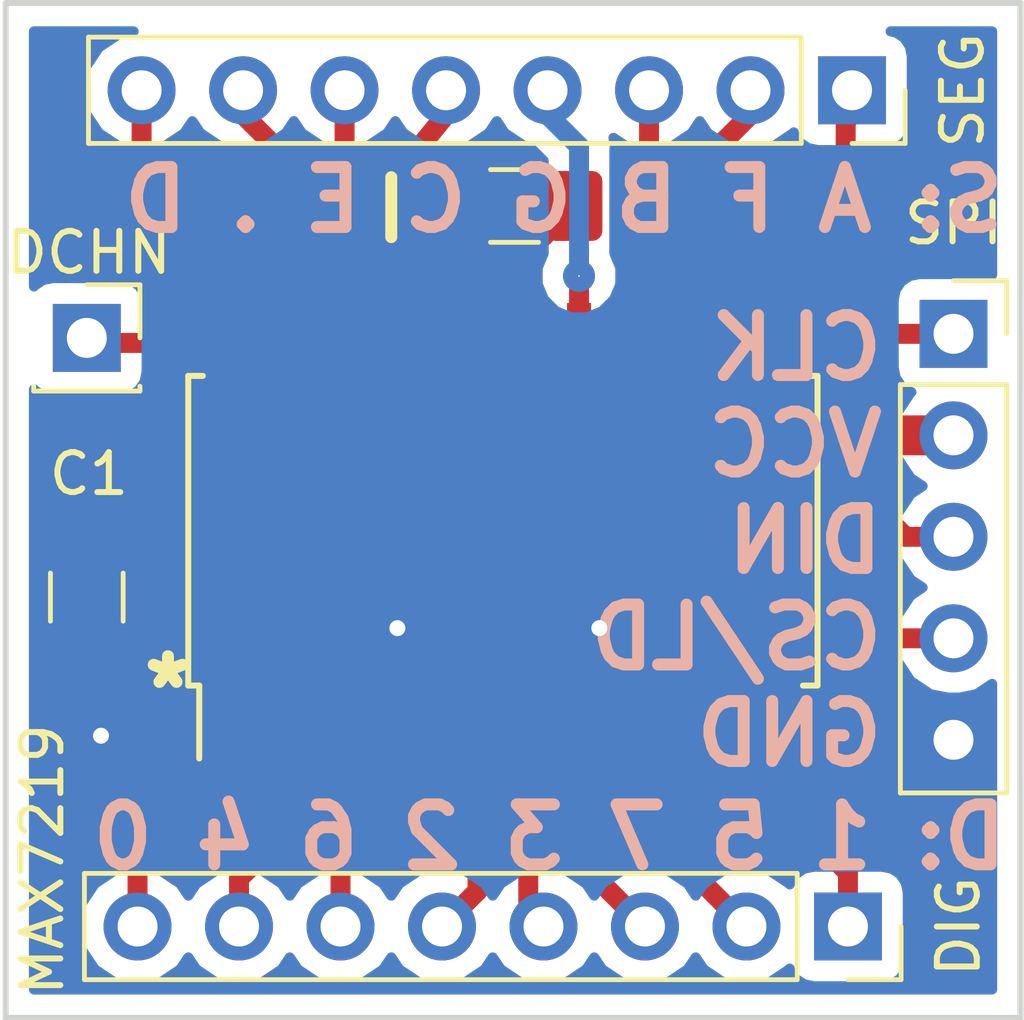
<source format=kicad_pcb>
(kicad_pcb (version 20171130) (host pcbnew "(5.0.1)-4")

  (general
    (thickness 1.6)
    (drawings 9)
    (tracks 93)
    (zones 0)
    (modules 7)
    (nets 24)
  )

  (page A4)
  (layers
    (0 F.Cu signal)
    (31 B.Cu signal)
    (32 B.Adhes user)
    (33 F.Adhes user)
    (34 B.Paste user)
    (35 F.Paste user)
    (36 B.SilkS user)
    (37 F.SilkS user)
    (38 B.Mask user)
    (39 F.Mask user)
    (40 Dwgs.User user)
    (41 Cmts.User user)
    (42 Eco1.User user)
    (43 Eco2.User user)
    (44 Edge.Cuts user)
    (45 Margin user)
    (46 B.CrtYd user)
    (47 F.CrtYd user)
    (48 B.Fab user)
    (49 F.Fab user)
  )

  (setup
    (last_trace_width 0.5)
    (trace_clearance 0.2)
    (zone_clearance 0.508)
    (zone_45_only no)
    (trace_min 0.2)
    (segment_width 0.2)
    (edge_width 0.15)
    (via_size 0.8)
    (via_drill 0.4)
    (via_min_size 0.4)
    (via_min_drill 0.3)
    (uvia_size 0.3)
    (uvia_drill 0.1)
    (uvias_allowed no)
    (uvia_min_size 0.2)
    (uvia_min_drill 0.1)
    (pcb_text_width 0.3)
    (pcb_text_size 1.5 1.5)
    (mod_edge_width 0.15)
    (mod_text_size 1 1)
    (mod_text_width 0.15)
    (pad_size 1.524 1.524)
    (pad_drill 0.762)
    (pad_to_mask_clearance 0.051)
    (solder_mask_min_width 0.25)
    (aux_axis_origin 0 0)
    (visible_elements FFFFFF7F)
    (pcbplotparams
      (layerselection 0x010fc_ffffffff)
      (usegerberextensions false)
      (usegerberattributes false)
      (usegerberadvancedattributes false)
      (creategerberjobfile false)
      (excludeedgelayer true)
      (linewidth 0.100000)
      (plotframeref false)
      (viasonmask false)
      (mode 1)
      (useauxorigin false)
      (hpglpennumber 1)
      (hpglpenspeed 20)
      (hpglpendiameter 15.000000)
      (psnegative false)
      (psa4output false)
      (plotreference true)
      (plotvalue true)
      (plotinvisibletext false)
      (padsonsilk false)
      (subtractmaskfromsilk false)
      (outputformat 1)
      (mirror false)
      (drillshape 1)
      (scaleselection 1)
      (outputdirectory ""))
  )

  (net 0 "")
  (net 1 GND)
  (net 2 VCC)
  (net 3 DIN)
  (net 4 CLK)
  (net 5 LOAD)
  (net 6 "Net-(J2-Pad1)")
  (net 7 S.)
  (net 8 SG)
  (net 9 SF)
  (net 10 SE)
  (net 11 SD)
  (net 12 SC)
  (net 13 SB)
  (net 14 SA)
  (net 15 D0)
  (net 16 D1)
  (net 17 D2)
  (net 18 D3)
  (net 19 D4)
  (net 20 D5)
  (net 21 D6)
  (net 22 D7)
  (net 23 "Net-(R1-Pad2)")

  (net_class Default "This is the default net class."
    (clearance 0.2)
    (trace_width 0.5)
    (via_dia 0.8)
    (via_drill 0.4)
    (uvia_dia 0.3)
    (uvia_drill 0.1)
    (add_net CLK)
    (add_net D0)
    (add_net D1)
    (add_net D2)
    (add_net D3)
    (add_net D4)
    (add_net D5)
    (add_net D6)
    (add_net D7)
    (add_net DIN)
    (add_net GND)
    (add_net LOAD)
    (add_net "Net-(J2-Pad1)")
    (add_net "Net-(R1-Pad2)")
    (add_net S.)
    (add_net SA)
    (add_net SB)
    (add_net SC)
    (add_net SD)
    (add_net SE)
    (add_net SF)
    (add_net SG)
    (add_net VCC)
  )

  (module Capacitor_SMD:C_1206_3216Metric_Pad1.42x1.75mm_HandSolder (layer F.Cu) (tedit 5B301BBE) (tstamp 5CB2BCA7)
    (at 19.812 26.3001 90)
    (descr "Capacitor SMD 1206 (3216 Metric), square (rectangular) end terminal, IPC_7351 nominal with elongated pad for handsoldering. (Body size source: http://www.tortai-tech.com/upload/download/2011102023233369053.pdf), generated with kicad-footprint-generator")
    (tags "capacitor handsolder")
    (path /5CA6366B)
    (attr smd)
    (fp_text reference C1 (at 3.0845 0.0508 180) (layer F.SilkS)
      (effects (font (size 1 1) (thickness 0.15)))
    )
    (fp_text value C (at 0 1.82 90) (layer F.Fab)
      (effects (font (size 1 1) (thickness 0.15)))
    )
    (fp_line (start -1.6 0.8) (end -1.6 -0.8) (layer F.Fab) (width 0.1))
    (fp_line (start -1.6 -0.8) (end 1.6 -0.8) (layer F.Fab) (width 0.1))
    (fp_line (start 1.6 -0.8) (end 1.6 0.8) (layer F.Fab) (width 0.1))
    (fp_line (start 1.6 0.8) (end -1.6 0.8) (layer F.Fab) (width 0.1))
    (fp_line (start -0.602064 -0.91) (end 0.602064 -0.91) (layer F.SilkS) (width 0.12))
    (fp_line (start -0.602064 0.91) (end 0.602064 0.91) (layer F.SilkS) (width 0.12))
    (fp_line (start -2.45 1.12) (end -2.45 -1.12) (layer F.CrtYd) (width 0.05))
    (fp_line (start -2.45 -1.12) (end 2.45 -1.12) (layer F.CrtYd) (width 0.05))
    (fp_line (start 2.45 -1.12) (end 2.45 1.12) (layer F.CrtYd) (width 0.05))
    (fp_line (start 2.45 1.12) (end -2.45 1.12) (layer F.CrtYd) (width 0.05))
    (fp_text user %R (at 0 0 90) (layer F.Fab)
      (effects (font (size 0.8 0.8) (thickness 0.12)))
    )
    (pad 1 smd roundrect (at -1.4875 0 90) (size 1.425 1.75) (layers F.Cu F.Paste F.Mask) (roundrect_rratio 0.175439)
      (net 1 GND))
    (pad 2 smd roundrect (at 1.4875 0 90) (size 1.425 1.75) (layers F.Cu F.Paste F.Mask) (roundrect_rratio 0.175439)
      (net 2 VCC))
    (model ${KISYS3DMOD}/Capacitor_SMD.3dshapes/C_1206_3216Metric.wrl
      (at (xyz 0 0 0))
      (scale (xyz 1 1 1))
      (rotate (xyz 0 0 0))
    )
  )

  (module Connector_PinSocket_2.54mm:PinSocket_1x05_P2.54mm_Vertical (layer F.Cu) (tedit 5CA633E9) (tstamp 5CB2BCC0)
    (at 41.5036 19.7104)
    (descr "Through hole straight socket strip, 1x05, 2.54mm pitch, single row (from Kicad 4.0.7), script generated")
    (tags "Through hole socket strip THT 1x05 2.54mm single row")
    (path /5CA628C5)
    (fp_text reference SPI (at 0 -2.77) (layer F.SilkS)
      (effects (font (size 1 1) (thickness 0.15)))
    )
    (fp_text value SPI (at 0 12.93) (layer F.Fab)
      (effects (font (size 1 1) (thickness 0.15)))
    )
    (fp_line (start -1.27 -1.27) (end 0.635 -1.27) (layer F.Fab) (width 0.1))
    (fp_line (start 0.635 -1.27) (end 1.27 -0.635) (layer F.Fab) (width 0.1))
    (fp_line (start 1.27 -0.635) (end 1.27 11.43) (layer F.Fab) (width 0.1))
    (fp_line (start 1.27 11.43) (end -1.27 11.43) (layer F.Fab) (width 0.1))
    (fp_line (start -1.27 11.43) (end -1.27 -1.27) (layer F.Fab) (width 0.1))
    (fp_line (start -1.33 1.27) (end 1.33 1.27) (layer F.SilkS) (width 0.12))
    (fp_line (start -1.33 1.27) (end -1.33 11.49) (layer F.SilkS) (width 0.12))
    (fp_line (start -1.33 11.49) (end 1.33 11.49) (layer F.SilkS) (width 0.12))
    (fp_line (start 1.33 1.27) (end 1.33 11.49) (layer F.SilkS) (width 0.12))
    (fp_line (start 1.33 -1.33) (end 1.33 0) (layer F.SilkS) (width 0.12))
    (fp_line (start 0 -1.33) (end 1.33 -1.33) (layer F.SilkS) (width 0.12))
    (fp_line (start -1.8 -1.8) (end 1.75 -1.8) (layer F.CrtYd) (width 0.05))
    (fp_line (start 1.75 -1.8) (end 1.75 11.9) (layer F.CrtYd) (width 0.05))
    (fp_line (start 1.75 11.9) (end -1.8 11.9) (layer F.CrtYd) (width 0.05))
    (fp_line (start -1.8 11.9) (end -1.8 -1.8) (layer F.CrtYd) (width 0.05))
    (fp_text user %R (at 0 5.08 90) (layer F.Fab)
      (effects (font (size 1 1) (thickness 0.15)))
    )
    (pad 1 thru_hole rect (at 0 0) (size 1.7 1.7) (drill 1) (layers *.Cu *.Mask)
      (net 4 CLK))
    (pad 2 thru_hole oval (at 0 2.54) (size 1.7 1.7) (drill 1) (layers *.Cu *.Mask)
      (net 2 VCC))
    (pad 3 thru_hole oval (at 0 5.08) (size 1.7 1.7) (drill 1) (layers *.Cu *.Mask)
      (net 3 DIN))
    (pad 4 thru_hole oval (at 0 7.62) (size 1.7 1.7) (drill 1) (layers *.Cu *.Mask)
      (net 5 LOAD))
    (pad 5 thru_hole oval (at 0 10.16) (size 1.7 1.7) (drill 1) (layers *.Cu *.Mask)
      (net 1 GND))
    (model ${KISYS3DMOD}/Connector_PinSocket_2.54mm.3dshapes/PinSocket_1x05_P2.54mm_Vertical.wrl
      (at (xyz 0 0 0))
      (scale (xyz 1 1 1))
      (rotate (xyz 0 0 0))
    )
  )

  (module Connector_PinSocket_2.54mm:PinSocket_1x01_P2.54mm_Vertical (layer F.Cu) (tedit 5CA633F3) (tstamp 5CB2C0AB)
    (at 19.812 19.812)
    (descr "Through hole straight socket strip, 1x01, 2.54mm pitch, single row (from Kicad 4.0.7), script generated")
    (tags "Through hole socket strip THT 1x01 2.54mm single row")
    (path /5CA63B3F)
    (fp_text reference DCHN (at 0.0508 -2.1336) (layer F.SilkS)
      (effects (font (size 1 1) (thickness 0.15)))
    )
    (fp_text value DOUT (at 0 2.77) (layer F.Fab)
      (effects (font (size 1 1) (thickness 0.15)))
    )
    (fp_line (start -1.27 -1.27) (end 0.635 -1.27) (layer F.Fab) (width 0.1))
    (fp_line (start 0.635 -1.27) (end 1.27 -0.635) (layer F.Fab) (width 0.1))
    (fp_line (start 1.27 -0.635) (end 1.27 1.27) (layer F.Fab) (width 0.1))
    (fp_line (start 1.27 1.27) (end -1.27 1.27) (layer F.Fab) (width 0.1))
    (fp_line (start -1.27 1.27) (end -1.27 -1.27) (layer F.Fab) (width 0.1))
    (fp_line (start -1.33 1.33) (end 1.33 1.33) (layer F.SilkS) (width 0.12))
    (fp_line (start -1.33 1.21) (end -1.33 1.33) (layer F.SilkS) (width 0.12))
    (fp_line (start 1.33 1.21) (end 1.33 1.33) (layer F.SilkS) (width 0.12))
    (fp_line (start 1.33 -1.33) (end 1.33 0) (layer F.SilkS) (width 0.12))
    (fp_line (start 0 -1.33) (end 1.33 -1.33) (layer F.SilkS) (width 0.12))
    (fp_line (start -1.8 -1.8) (end 1.75 -1.8) (layer F.CrtYd) (width 0.05))
    (fp_line (start 1.75 -1.8) (end 1.75 1.75) (layer F.CrtYd) (width 0.05))
    (fp_line (start 1.75 1.75) (end -1.8 1.75) (layer F.CrtYd) (width 0.05))
    (fp_line (start -1.8 1.75) (end -1.8 -1.8) (layer F.CrtYd) (width 0.05))
    (fp_text user %R (at 0 0) (layer F.Fab)
      (effects (font (size 1 1) (thickness 0.15)))
    )
    (pad 1 thru_hole rect (at 0 0) (size 1.7 1.7) (drill 1) (layers *.Cu *.Mask)
      (net 6 "Net-(J2-Pad1)"))
    (model ${KISYS3DMOD}/Connector_PinSocket_2.54mm.3dshapes/PinSocket_1x01_P2.54mm_Vertical.wrl
      (at (xyz 0 0 0))
      (scale (xyz 1 1 1))
      (rotate (xyz 0 0 0))
    )
  )

  (module Connector_PinSocket_2.54mm:PinSocket_1x08_P2.54mm_Vertical (layer F.Cu) (tedit 5CA63422) (tstamp 5CB2BCF0)
    (at 38.9636 13.6144 270)
    (descr "Through hole straight socket strip, 1x08, 2.54mm pitch, single row (from Kicad 4.0.7), script generated")
    (tags "Through hole socket strip THT 1x08 2.54mm single row")
    (path /5CA63F48)
    (fp_text reference SEG (at 0 -2.77 270) (layer F.SilkS)
      (effects (font (size 1 1) (thickness 0.15)))
    )
    (fp_text value SEGMENTS (at 0 20.55 270) (layer F.Fab) hide
      (effects (font (size 1 1) (thickness 0.15)))
    )
    (fp_text user %R (at 0 8.89) (layer F.Fab)
      (effects (font (size 1 1) (thickness 0.15)))
    )
    (fp_line (start -1.8 19.55) (end -1.8 -1.8) (layer F.CrtYd) (width 0.05))
    (fp_line (start 1.75 19.55) (end -1.8 19.55) (layer F.CrtYd) (width 0.05))
    (fp_line (start 1.75 -1.8) (end 1.75 19.55) (layer F.CrtYd) (width 0.05))
    (fp_line (start -1.8 -1.8) (end 1.75 -1.8) (layer F.CrtYd) (width 0.05))
    (fp_line (start 0 -1.33) (end 1.33 -1.33) (layer F.SilkS) (width 0.12))
    (fp_line (start 1.33 -1.33) (end 1.33 0) (layer F.SilkS) (width 0.12))
    (fp_line (start 1.33 1.27) (end 1.33 19.11) (layer F.SilkS) (width 0.12))
    (fp_line (start -1.33 19.11) (end 1.33 19.11) (layer F.SilkS) (width 0.12))
    (fp_line (start -1.33 1.27) (end -1.33 19.11) (layer F.SilkS) (width 0.12))
    (fp_line (start -1.33 1.27) (end 1.33 1.27) (layer F.SilkS) (width 0.12))
    (fp_line (start -1.27 19.05) (end -1.27 -1.27) (layer F.Fab) (width 0.1))
    (fp_line (start 1.27 19.05) (end -1.27 19.05) (layer F.Fab) (width 0.1))
    (fp_line (start 1.27 -0.635) (end 1.27 19.05) (layer F.Fab) (width 0.1))
    (fp_line (start 0.635 -1.27) (end 1.27 -0.635) (layer F.Fab) (width 0.1))
    (fp_line (start -1.27 -1.27) (end 0.635 -1.27) (layer F.Fab) (width 0.1))
    (pad 8 thru_hole oval (at 0 17.78 270) (size 1.7 1.7) (drill 1) (layers *.Cu *.Mask)
      (net 11 SD))
    (pad 7 thru_hole oval (at 0 15.24 270) (size 1.7 1.7) (drill 1) (layers *.Cu *.Mask)
      (net 7 S.))
    (pad 6 thru_hole oval (at 0 12.7 270) (size 1.7 1.7) (drill 1) (layers *.Cu *.Mask)
      (net 10 SE))
    (pad 5 thru_hole oval (at 0 10.16 270) (size 1.7 1.7) (drill 1) (layers *.Cu *.Mask)
      (net 12 SC))
    (pad 4 thru_hole oval (at 0 7.62 270) (size 1.7 1.7) (drill 1) (layers *.Cu *.Mask)
      (net 8 SG))
    (pad 3 thru_hole oval (at 0 5.08 270) (size 1.7 1.7) (drill 1) (layers *.Cu *.Mask)
      (net 13 SB))
    (pad 2 thru_hole oval (at 0 2.54 270) (size 1.7 1.7) (drill 1) (layers *.Cu *.Mask)
      (net 9 SF))
    (pad 1 thru_hole rect (at 0 0 270) (size 1.7 1.7) (drill 1) (layers *.Cu *.Mask)
      (net 14 SA))
    (model ${KISYS3DMOD}/Connector_PinSocket_2.54mm.3dshapes/PinSocket_1x08_P2.54mm_Vertical.wrl
      (at (xyz 0 0 0))
      (scale (xyz 1 1 1))
      (rotate (xyz 0 0 0))
    )
  )

  (module Connector_PinSocket_2.54mm:PinSocket_1x08_P2.54mm_Vertical (layer F.Cu) (tedit 5CA6341D) (tstamp 5CB2BD0C)
    (at 38.862 34.544 270)
    (descr "Through hole straight socket strip, 1x08, 2.54mm pitch, single row (from Kicad 4.0.7), script generated")
    (tags "Through hole socket strip THT 1x08 2.54mm single row")
    (path /5CA63EDC)
    (fp_text reference DIG (at 0 -2.77 270) (layer F.SilkS)
      (effects (font (size 1 1) (thickness 0.15)))
    )
    (fp_text value DIGITS (at 0 20.55 270) (layer F.Fab) hide
      (effects (font (size 1 1) (thickness 0.15)))
    )
    (fp_line (start -1.27 -1.27) (end 0.635 -1.27) (layer F.Fab) (width 0.1))
    (fp_line (start 0.635 -1.27) (end 1.27 -0.635) (layer F.Fab) (width 0.1))
    (fp_line (start 1.27 -0.635) (end 1.27 19.05) (layer F.Fab) (width 0.1))
    (fp_line (start 1.27 19.05) (end -1.27 19.05) (layer F.Fab) (width 0.1))
    (fp_line (start -1.27 19.05) (end -1.27 -1.27) (layer F.Fab) (width 0.1))
    (fp_line (start -1.33 1.27) (end 1.33 1.27) (layer F.SilkS) (width 0.12))
    (fp_line (start -1.33 1.27) (end -1.33 19.11) (layer F.SilkS) (width 0.12))
    (fp_line (start -1.33 19.11) (end 1.33 19.11) (layer F.SilkS) (width 0.12))
    (fp_line (start 1.33 1.27) (end 1.33 19.11) (layer F.SilkS) (width 0.12))
    (fp_line (start 1.33 -1.33) (end 1.33 0) (layer F.SilkS) (width 0.12))
    (fp_line (start 0 -1.33) (end 1.33 -1.33) (layer F.SilkS) (width 0.12))
    (fp_line (start -1.8 -1.8) (end 1.75 -1.8) (layer F.CrtYd) (width 0.05))
    (fp_line (start 1.75 -1.8) (end 1.75 19.55) (layer F.CrtYd) (width 0.05))
    (fp_line (start 1.75 19.55) (end -1.8 19.55) (layer F.CrtYd) (width 0.05))
    (fp_line (start -1.8 19.55) (end -1.8 -1.8) (layer F.CrtYd) (width 0.05))
    (fp_text user %R (at 0 8.89) (layer F.Fab)
      (effects (font (size 1 1) (thickness 0.15)))
    )
    (pad 1 thru_hole rect (at 0 0 270) (size 1.7 1.7) (drill 1) (layers *.Cu *.Mask)
      (net 16 D1))
    (pad 2 thru_hole oval (at 0 2.54 270) (size 1.7 1.7) (drill 1) (layers *.Cu *.Mask)
      (net 20 D5))
    (pad 3 thru_hole oval (at 0 5.08 270) (size 1.7 1.7) (drill 1) (layers *.Cu *.Mask)
      (net 22 D7))
    (pad 4 thru_hole oval (at 0 7.62 270) (size 1.7 1.7) (drill 1) (layers *.Cu *.Mask)
      (net 18 D3))
    (pad 5 thru_hole oval (at 0 10.16 270) (size 1.7 1.7) (drill 1) (layers *.Cu *.Mask)
      (net 17 D2))
    (pad 6 thru_hole oval (at 0 12.7 270) (size 1.7 1.7) (drill 1) (layers *.Cu *.Mask)
      (net 21 D6))
    (pad 7 thru_hole oval (at 0 15.24 270) (size 1.7 1.7) (drill 1) (layers *.Cu *.Mask)
      (net 19 D4))
    (pad 8 thru_hole oval (at 0 17.78 270) (size 1.7 1.7) (drill 1) (layers *.Cu *.Mask)
      (net 15 D0))
    (model ${KISYS3DMOD}/Connector_PinSocket_2.54mm.3dshapes/PinSocket_1x08_P2.54mm_Vertical.wrl
      (at (xyz 0 0 0))
      (scale (xyz 1 1 1))
      (rotate (xyz 0 0 0))
    )
  )

  (module Resistor_SMD:R_1206_3216Metric_Pad1.42x1.75mm_HandSolder (layer F.Cu) (tedit 5CA63416) (tstamp 5CB2BD1D)
    (at 30.5165 16.51)
    (descr "Resistor SMD 1206 (3216 Metric), square (rectangular) end terminal, IPC_7351 nominal with elongated pad for handsoldering. (Body size source: http://www.tortai-tech.com/upload/download/2011102023233369053.pdf), generated with kicad-footprint-generator")
    (tags "resistor handsolder")
    (path /5CA632C2)
    (attr smd)
    (fp_text reference R1 (at 0 -1.82 90) (layer F.SilkS) hide
      (effects (font (size 1 1) (thickness 0.15)))
    )
    (fp_text value R (at 0 1.82) (layer F.Fab) hide
      (effects (font (size 1 1) (thickness 0.15)))
    )
    (fp_line (start -1.6 0.8) (end -1.6 -0.8) (layer F.Fab) (width 0.1))
    (fp_line (start -1.6 -0.8) (end 1.6 -0.8) (layer F.Fab) (width 0.1))
    (fp_line (start 1.6 -0.8) (end 1.6 0.8) (layer F.Fab) (width 0.1))
    (fp_line (start 1.6 0.8) (end -1.6 0.8) (layer F.Fab) (width 0.1))
    (fp_line (start -0.602064 -0.91) (end 0.602064 -0.91) (layer F.SilkS) (width 0.12))
    (fp_line (start -0.602064 0.91) (end 0.602064 0.91) (layer F.SilkS) (width 0.12))
    (fp_line (start -2.45 1.12) (end -2.45 -1.12) (layer F.CrtYd) (width 0.05))
    (fp_line (start -2.45 -1.12) (end 2.45 -1.12) (layer F.CrtYd) (width 0.05))
    (fp_line (start 2.45 -1.12) (end 2.45 1.12) (layer F.CrtYd) (width 0.05))
    (fp_line (start 2.45 1.12) (end -2.45 1.12) (layer F.CrtYd) (width 0.05))
    (fp_text user %R (at 0 0) (layer F.Fab) hide
      (effects (font (size 0.8 0.8) (thickness 0.12)))
    )
    (pad 1 smd roundrect (at -1.4875 0) (size 1.425 1.75) (layers F.Cu F.Paste F.Mask) (roundrect_rratio 0.175439)
      (net 2 VCC))
    (pad 2 smd roundrect (at 1.4875 0) (size 1.425 1.75) (layers F.Cu F.Paste F.Mask) (roundrect_rratio 0.175439)
      (net 23 "Net-(R1-Pad2)"))
    (model ${KISYS3DMOD}/Resistor_SMD.3dshapes/R_1206_3216Metric.wrl
      (at (xyz 0 0 0))
      (scale (xyz 1 1 1))
      (rotate (xyz 0 0 0))
    )
  )

  (module Package_SO:SOIC-24W_7.5x15.4mm_P1.27mm (layer F.Cu) (tedit 5CA63737) (tstamp 5CB2BD4A)
    (at 30.226 24.638 90)
    (descr "24-Lead Plastic Small Outline (SO) - Wide, 7.50 mm Body [SOIC] (see Microchip Packaging Specification 00000049BS.pdf)")
    (tags "SOIC 1.27")
    (path /5CA62728)
    (attr smd)
    (fp_text reference U1 (at 0 -8.8 90) (layer F.SilkS) hide
      (effects (font (size 1 1) (thickness 0.15)))
    )
    (fp_text value MAX7219 (at -8.2296 -11.5316 90) (layer F.SilkS)
      (effects (font (size 1 1) (thickness 0.15)))
    )
    (fp_text user %R (at 0 0 90) (layer F.Fab)
      (effects (font (size 1 1) (thickness 0.15)))
    )
    (fp_line (start -2.75 -7.7) (end 3.75 -7.7) (layer F.Fab) (width 0.15))
    (fp_line (start 3.75 -7.7) (end 3.75 7.7) (layer F.Fab) (width 0.15))
    (fp_line (start 3.75 7.7) (end -3.75 7.7) (layer F.Fab) (width 0.15))
    (fp_line (start -3.75 7.7) (end -3.75 -6.7) (layer F.Fab) (width 0.15))
    (fp_line (start -3.75 -6.7) (end -2.75 -7.7) (layer F.Fab) (width 0.15))
    (fp_line (start -5.95 -8.05) (end -5.95 8.05) (layer F.CrtYd) (width 0.05))
    (fp_line (start 5.95 -8.05) (end 5.95 8.05) (layer F.CrtYd) (width 0.05))
    (fp_line (start -5.95 -8.05) (end 5.95 -8.05) (layer F.CrtYd) (width 0.05))
    (fp_line (start -5.95 8.05) (end 5.95 8.05) (layer F.CrtYd) (width 0.05))
    (fp_line (start -3.875 -7.875) (end -3.875 -7.6) (layer F.SilkS) (width 0.15))
    (fp_line (start 3.875 -7.875) (end 3.875 -7.51) (layer F.SilkS) (width 0.15))
    (fp_line (start 3.875 7.875) (end 3.875 7.51) (layer F.SilkS) (width 0.15))
    (fp_line (start -3.875 7.875) (end -3.875 7.51) (layer F.SilkS) (width 0.15))
    (fp_line (start -3.875 -7.875) (end 3.875 -7.875) (layer F.SilkS) (width 0.15))
    (fp_line (start -3.875 7.875) (end 3.875 7.875) (layer F.SilkS) (width 0.15))
    (fp_line (start -3.875 -7.6) (end -5.7 -7.6) (layer F.SilkS) (width 0.15))
    (pad 1 smd rect (at -4.7 -6.985 90) (size 2 0.6) (layers F.Cu F.Paste F.Mask)
      (net 3 DIN))
    (pad 2 smd rect (at -4.7 -5.715 90) (size 2 0.6) (layers F.Cu F.Paste F.Mask)
      (net 15 D0))
    (pad 3 smd rect (at -4.7 -4.445 90) (size 2 0.6) (layers F.Cu F.Paste F.Mask)
      (net 19 D4))
    (pad 4 smd rect (at -4.7 -3.175 90) (size 2 0.6) (layers F.Cu F.Paste F.Mask)
      (net 1 GND))
    (pad 5 smd rect (at -4.7 -1.905 90) (size 2 0.6) (layers F.Cu F.Paste F.Mask)
      (net 21 D6))
    (pad 6 smd rect (at -4.7 -0.635 90) (size 2 0.6) (layers F.Cu F.Paste F.Mask)
      (net 17 D2))
    (pad 7 smd rect (at -4.7 0.635 90) (size 2 0.6) (layers F.Cu F.Paste F.Mask)
      (net 18 D3))
    (pad 8 smd rect (at -4.7 1.905 90) (size 2 0.6) (layers F.Cu F.Paste F.Mask)
      (net 22 D7))
    (pad 9 smd rect (at -4.7 3.175 90) (size 2 0.6) (layers F.Cu F.Paste F.Mask)
      (net 1 GND))
    (pad 10 smd rect (at -4.7 4.445 90) (size 2 0.6) (layers F.Cu F.Paste F.Mask)
      (net 20 D5))
    (pad 11 smd rect (at -4.7 5.715 90) (size 2 0.6) (layers F.Cu F.Paste F.Mask)
      (net 16 D1))
    (pad 12 smd rect (at -4.7 6.985 90) (size 2 0.6) (layers F.Cu F.Paste F.Mask)
      (net 5 LOAD))
    (pad 13 smd rect (at 4.7 6.985 90) (size 2 0.6) (layers F.Cu F.Paste F.Mask)
      (net 4 CLK))
    (pad 14 smd rect (at 4.7 5.715 90) (size 2 0.6) (layers F.Cu F.Paste F.Mask)
      (net 14 SA))
    (pad 15 smd rect (at 4.7 4.445 90) (size 2 0.6) (layers F.Cu F.Paste F.Mask)
      (net 9 SF))
    (pad 16 smd rect (at 4.7 3.175 90) (size 2 0.6) (layers F.Cu F.Paste F.Mask)
      (net 13 SB))
    (pad 17 smd rect (at 4.7 1.905 90) (size 2 0.6) (layers F.Cu F.Paste F.Mask)
      (net 8 SG))
    (pad 18 smd rect (at 4.7 0.635 90) (size 2 0.6) (layers F.Cu F.Paste F.Mask)
      (net 23 "Net-(R1-Pad2)"))
    (pad 19 smd rect (at 4.7 -0.635 90) (size 2 0.6) (layers F.Cu F.Paste F.Mask)
      (net 2 VCC))
    (pad 20 smd rect (at 4.7 -1.905 90) (size 2 0.6) (layers F.Cu F.Paste F.Mask)
      (net 12 SC))
    (pad 21 smd rect (at 4.7 -3.175 90) (size 2 0.6) (layers F.Cu F.Paste F.Mask)
      (net 10 SE))
    (pad 22 smd rect (at 4.7 -4.445 90) (size 2 0.6) (layers F.Cu F.Paste F.Mask)
      (net 7 S.))
    (pad 23 smd rect (at 4.7 -5.715 90) (size 2 0.6) (layers F.Cu F.Paste F.Mask)
      (net 11 SD))
    (pad 24 smd rect (at 4.7 -6.985 90) (size 2 0.6) (layers F.Cu F.Paste F.Mask)
      (net 6 "Net-(J2-Pad1)"))
    (model ${KISYS3DMOD}/Package_SO.3dshapes/SOIC-24W_7.5x15.4mm_P1.27mm.wrl
      (at (xyz 0 0 0))
      (scale (xyz 1 1 1))
      (rotate (xyz 0 0 0))
    )
  )

  (gr_text * (at 21.844 28.6004) (layer F.SilkS)
    (effects (font (size 1.5 1.5) (thickness 0.3)))
  )
  (gr_text I (at 27.432 16.6116) (layer F.SilkS)
    (effects (font (size 1.5 1.5) (thickness 0.3)))
  )
  (gr_line (start 43.18 11.43) (end 17.78 11.43) (layer Edge.Cuts) (width 0.15))
  (gr_line (start 43.18 36.83) (end 43.18 11.43) (layer Edge.Cuts) (width 0.15))
  (gr_line (start 17.78 36.83) (end 43.18 36.83) (layer Edge.Cuts) (width 0.15))
  (gr_line (start 17.78 11.43) (end 17.78 36.83) (layer Edge.Cuts) (width 0.15))
  (gr_text "D: 1 5 7 3 2 6 4 0" (at 31.3944 32.3088) (layer B.SilkS)
    (effects (font (size 1.5 1.5) (thickness 0.3)) (justify mirror))
  )
  (gr_text "S: A F B G C E . D" (at 31.75 16.3576) (layer B.SilkS)
    (effects (font (size 1.5 1.5) (thickness 0.3)) (justify mirror))
  )
  (gr_text "CLK\nVCC\nDIN\nCS/LD\nGND" (at 39.878 24.892) (layer B.SilkS) (tstamp 5CB2CA7C)
    (effects (font (size 1.5 1.5) (thickness 0.3)) (justify left mirror))
  )

  (via (at 27.5844 27.0764) (size 0.8) (drill 0.4) (layers F.Cu B.Cu) (net 1))
  (segment (start 27.432 27.0764) (end 27.5844 27.0764) (width 0.5) (layer F.Cu) (net 1))
  (segment (start 33.401 27.838) (end 32.6394 27.0764) (width 0.5) (layer F.Cu) (net 1))
  (segment (start 33.401 29.338) (end 33.401 27.838) (width 0.5) (layer F.Cu) (net 1))
  (via (at 32.6394 27.0764) (size 0.8) (drill 0.4) (layers F.Cu B.Cu) (net 1))
  (segment (start 27.051 27.6098) (end 27.5844 27.0764) (width 0.5) (layer F.Cu) (net 1))
  (segment (start 27.051 29.338) (end 27.051 27.6098) (width 0.5) (layer F.Cu) (net 1))
  (segment (start 19.812 28.6001) (end 20.1676 28.9557) (width 0.5) (layer F.Cu) (net 1))
  (segment (start 19.812 27.7876) (end 19.812 28.6001) (width 0.5) (layer F.Cu) (net 1))
  (via (at 20.1676 29.7688) (size 0.8) (drill 0.4) (layers F.Cu B.Cu) (net 1))
  (segment (start 20.1676 28.9557) (end 20.1676 29.7688) (width 0.5) (layer F.Cu) (net 1))
  (segment (start 29.591 17.072) (end 29.029 16.51) (width 0.5) (layer F.Cu) (net 2))
  (segment (start 29.591 19.938) (end 29.591 17.072) (width 0.5) (layer F.Cu) (net 2))
  (segment (start 20.583347 24.041253) (end 20.611947 24.041253) (width 0.5) (layer F.Cu) (net 2))
  (segment (start 19.812 24.8126) (end 20.583347 24.041253) (width 0.5) (layer F.Cu) (net 2))
  (segment (start 20.611947 24.041253) (end 21.9964 22.6568) (width 1) (layer F.Cu) (net 2))
  (segment (start 21.9964 22.6568) (end 29.21 22.6568) (width 1) (layer F.Cu) (net 2))
  (segment (start 29.591 22.2758) (end 29.591 19.938) (width 0.8) (layer F.Cu) (net 2))
  (segment (start 29.21 22.6568) (end 29.591 22.2758) (width 0.5) (layer F.Cu) (net 2))
  (segment (start 29.6164 22.2504) (end 41.5036 22.2504) (width 1) (layer F.Cu) (net 2))
  (segment (start 29.21 22.6568) (end 29.6164 22.2504) (width 0.5) (layer F.Cu) (net 2))
  (segment (start 23.241 26.8478) (end 23.241 29.338) (width 0.5) (layer F.Cu) (net 3))
  (segment (start 25.6032 24.4856) (end 23.241 26.8478) (width 0.5) (layer F.Cu) (net 3))
  (segment (start 39.996719 24.4856) (end 25.6032 24.4856) (width 0.5) (layer F.Cu) (net 3))
  (segment (start 41.5036 24.7904) (end 40.301519 24.7904) (width 0.5) (layer F.Cu) (net 3))
  (segment (start 40.301519 24.7904) (end 39.996719 24.4856) (width 0.5) (layer F.Cu) (net 3))
  (segment (start 37.4386 19.7104) (end 37.211 19.938) (width 0.5) (layer F.Cu) (net 4))
  (segment (start 41.5036 19.7104) (end 37.4386 19.7104) (width 0.5) (layer F.Cu) (net 4))
  (segment (start 37.211 28.638) (end 37.211 29.338) (width 0.5) (layer F.Cu) (net 5))
  (segment (start 38.5186 27.3304) (end 37.211 28.638) (width 0.5) (layer F.Cu) (net 5))
  (segment (start 41.5036 27.3304) (end 38.5186 27.3304) (width 0.5) (layer F.Cu) (net 5))
  (segment (start 19.938 19.938) (end 19.812 19.812) (width 0.5) (layer F.Cu) (net 6))
  (segment (start 23.241 19.938) (end 19.938 19.938) (width 0.5) (layer F.Cu) (net 6))
  (segment (start 25.781 18.438) (end 24.5872 17.2442) (width 0.5) (layer F.Cu) (net 7))
  (segment (start 25.781 19.938) (end 25.781 18.438) (width 0.5) (layer F.Cu) (net 7))
  (segment (start 24.5872 15.0876) (end 23.7236 14.224) (width 0.5) (layer F.Cu) (net 7))
  (segment (start 24.5872 17.2442) (end 24.5872 15.0876) (width 0.5) (layer F.Cu) (net 7))
  (segment (start 32.131 19.938) (end 32.131 18.2626) (width 0.5) (layer F.Cu) (net 8))
  (via (at 32.131 18.2626) (size 0.8) (drill 0.04) (layers F.Cu B.Cu) (net 8))
  (segment (start 32.131 15.0114) (end 31.3436 14.224) (width 0.5) (layer B.Cu) (net 8))
  (segment (start 32.131 18.2626) (end 32.131 15.0114) (width 0.5) (layer B.Cu) (net 8))
  (segment (start 34.671 18.438) (end 35.306 17.803) (width 0.5) (layer F.Cu) (net 9))
  (segment (start 34.671 19.938) (end 34.671 18.438) (width 0.5) (layer F.Cu) (net 9))
  (segment (start 35.306 15.3416) (end 36.4236 14.224) (width 0.5) (layer F.Cu) (net 9))
  (segment (start 35.306 17.803) (end 35.306 15.3416) (width 0.5) (layer F.Cu) (net 9))
  (segment (start 26.2636 17.6506) (end 26.2636 14.224) (width 0.5) (layer F.Cu) (net 10))
  (segment (start 27.051 19.938) (end 27.051 18.438) (width 0.5) (layer F.Cu) (net 10))
  (segment (start 27.051 18.438) (end 26.2636 17.6506) (width 0.5) (layer F.Cu) (net 10))
  (segment (start 24.511 18.438) (end 24.0562 17.9832) (width 0.5) (layer F.Cu) (net 11))
  (segment (start 24.511 19.938) (end 24.511 18.438) (width 0.5) (layer F.Cu) (net 11))
  (segment (start 24.0562 17.9832) (end 23.6728 17.9832) (width 0.5) (layer F.Cu) (net 11))
  (segment (start 21.1836 15.494) (end 21.1836 14.224) (width 0.5) (layer F.Cu) (net 11))
  (segment (start 23.6728 17.9832) (end 21.1836 15.494) (width 0.5) (layer F.Cu) (net 11))
  (segment (start 28.8036 14.224) (end 27.686 15.5956) (width 0.5) (layer F.Cu) (net 12))
  (segment (start 28.321 19.238) (end 28.321 19.938) (width 0.5) (layer F.Cu) (net 12))
  (segment (start 27.686 17.78) (end 28.321 19.238) (width 0.5) (layer F.Cu) (net 12))
  (segment (start 27.686 15.5956) (end 27.686 17.78) (width 0.5) (layer F.Cu) (net 12))
  (segment (start 33.8836 14.224) (end 33.8836 17.8308) (width 0.5) (layer F.Cu) (net 13))
  (segment (start 33.401 18.3134) (end 33.401 19.938) (width 0.5) (layer F.Cu) (net 13))
  (segment (start 33.8836 17.8308) (end 33.401 18.3134) (width 0.5) (layer F.Cu) (net 13))
  (segment (start 35.941 18.438) (end 38.805 15.574) (width 0.5) (layer F.Cu) (net 14))
  (segment (start 35.941 19.938) (end 35.941 18.438) (width 0.5) (layer F.Cu) (net 14))
  (segment (start 38.805 14.3826) (end 38.9636 14.224) (width 0.5) (layer F.Cu) (net 14))
  (segment (start 38.805 15.574) (end 38.805 14.3826) (width 0.5) (layer F.Cu) (net 14))
  (segment (start 24.511 31.115) (end 23.7744 31.8516) (width 0.5) (layer F.Cu) (net 15))
  (segment (start 24.511 29.338) (end 24.511 31.115) (width 0.5) (layer F.Cu) (net 15))
  (segment (start 23.7744 31.8516) (end 22.0472 31.8516) (width 0.5) (layer F.Cu) (net 15))
  (segment (start 21.082 32.8168) (end 21.082 34.544) (width 0.5) (layer F.Cu) (net 15))
  (segment (start 22.0472 31.8516) (end 21.082 32.8168) (width 0.5) (layer F.Cu) (net 15))
  (segment (start 35.941 30.838) (end 37.7674 32.6644) (width 0.5) (layer F.Cu) (net 16))
  (segment (start 35.941 29.338) (end 35.941 30.838) (width 0.5) (layer F.Cu) (net 16))
  (segment (start 38.862 33.194) (end 38.862 34.544) (width 0.5) (layer F.Cu) (net 16))
  (segment (start 38.3324 32.6644) (end 38.862 33.194) (width 0.5) (layer F.Cu) (net 16))
  (segment (start 37.7674 32.6644) (end 38.3324 32.6644) (width 0.5) (layer F.Cu) (net 16))
  (segment (start 29.591 33.655) (end 28.702 34.544) (width 0.5) (layer F.Cu) (net 17))
  (segment (start 29.591 29.338) (end 29.591 33.655) (width 0.5) (layer F.Cu) (net 17))
  (segment (start 30.861 34.163) (end 31.242 34.544) (width 0.5) (layer F.Cu) (net 18))
  (segment (start 30.861 29.338) (end 30.861 34.163) (width 0.5) (layer F.Cu) (net 18))
  (segment (start 25.781 29.338) (end 25.781 31.2674) (width 0.5) (layer F.Cu) (net 19))
  (segment (start 25.781 31.2674) (end 24.0792 32.9692) (width 0.5) (layer F.Cu) (net 19))
  (segment (start 23.994719 32.9692) (end 24.0792 32.9692) (width 0.5) (layer F.Cu) (net 19))
  (segment (start 23.622 33.341919) (end 23.994719 32.9692) (width 0.5) (layer F.Cu) (net 19))
  (segment (start 23.622 34.544) (end 23.622 33.341919) (width 0.5) (layer F.Cu) (net 19))
  (segment (start 34.671 32.893) (end 36.322 34.544) (width 0.5) (layer F.Cu) (net 20))
  (segment (start 34.671 29.338) (end 34.671 32.893) (width 0.5) (layer F.Cu) (net 20))
  (segment (start 28.321 29.338) (end 28.321 30.038) (width 0.5) (layer F.Cu) (net 21))
  (segment (start 26.162 32.997) (end 26.162 34.544) (width 0.5) (layer F.Cu) (net 21))
  (segment (start 28.321 29.338) (end 28.321 30.838) (width 0.5) (layer F.Cu) (net 21))
  (segment (start 28.321 30.838) (end 26.162 32.997) (width 0.5) (layer F.Cu) (net 21))
  (segment (start 32.131 32.893) (end 33.782 34.544) (width 0.5) (layer F.Cu) (net 22))
  (segment (start 32.131 29.338) (end 32.131 32.893) (width 0.5) (layer F.Cu) (net 22))
  (segment (start 30.861 17.653) (end 30.861 19.938) (width 0.5) (layer F.Cu) (net 23))
  (segment (start 32.004 16.51) (end 30.861 17.653) (width 0.5) (layer F.Cu) (net 23))

  (zone (net 1) (net_name GND) (layer B.Cu) (tstamp 5CB2CA95) (hatch edge 0.508)
    (connect_pads yes (clearance 0.508))
    (min_thickness 0.254)
    (fill yes (arc_segments 16) (thermal_gap 0.508) (thermal_bridge_width 0.508))
    (polygon
      (pts
        (xy 17.78 11.43) (xy 17.78 36.83) (xy 43.18 36.83) (xy 43.18 11.43)
      )
    )
    (filled_polygon
      (pts
        (xy 20.604182 12.215561) (xy 20.112975 12.543775) (xy 19.784761 13.034982) (xy 19.669508 13.6144) (xy 19.784761 14.193818)
        (xy 20.112975 14.685025) (xy 20.604182 15.013239) (xy 21.037344 15.0994) (xy 21.329856 15.0994) (xy 21.763018 15.013239)
        (xy 22.254225 14.685025) (xy 22.4536 14.386639) (xy 22.652975 14.685025) (xy 23.144182 15.013239) (xy 23.577344 15.0994)
        (xy 23.869856 15.0994) (xy 24.303018 15.013239) (xy 24.794225 14.685025) (xy 24.9936 14.386639) (xy 25.192975 14.685025)
        (xy 25.684182 15.013239) (xy 26.117344 15.0994) (xy 26.409856 15.0994) (xy 26.843018 15.013239) (xy 27.334225 14.685025)
        (xy 27.5336 14.386639) (xy 27.732975 14.685025) (xy 28.224182 15.013239) (xy 28.657344 15.0994) (xy 28.949856 15.0994)
        (xy 29.383018 15.013239) (xy 29.874225 14.685025) (xy 30.0736 14.386639) (xy 30.272975 14.685025) (xy 30.764182 15.013239)
        (xy 30.910332 15.04231) (xy 31.246001 15.37798) (xy 31.246 17.694593) (xy 31.096 18.056726) (xy 31.096 18.468474)
        (xy 31.253569 18.84888) (xy 31.54472 19.140031) (xy 31.925126 19.2976) (xy 32.336874 19.2976) (xy 32.71728 19.140031)
        (xy 33.008431 18.84888) (xy 33.166 18.468474) (xy 33.166 18.056726) (xy 33.016 17.694593) (xy 33.016 15.098561)
        (xy 33.033337 15.0114) (xy 33.016 14.924239) (xy 33.016 14.924235) (xy 32.992245 14.804809) (xy 33.304182 15.013239)
        (xy 33.737344 15.0994) (xy 34.029856 15.0994) (xy 34.463018 15.013239) (xy 34.954225 14.685025) (xy 35.1536 14.386639)
        (xy 35.352975 14.685025) (xy 35.844182 15.013239) (xy 36.277344 15.0994) (xy 36.569856 15.0994) (xy 37.003018 15.013239)
        (xy 37.494225 14.685025) (xy 37.506416 14.666781) (xy 37.515443 14.712165) (xy 37.655791 14.922209) (xy 37.865835 15.062557)
        (xy 38.1136 15.11184) (xy 39.8136 15.11184) (xy 40.061365 15.062557) (xy 40.271409 14.922209) (xy 40.411757 14.712165)
        (xy 40.46104 14.4644) (xy 40.46104 12.7644) (xy 40.411757 12.516635) (xy 40.271409 12.306591) (xy 40.061365 12.166243)
        (xy 39.929431 12.14) (xy 42.470001 12.14) (xy 42.470001 18.236113) (xy 42.3536 18.21296) (xy 40.6536 18.21296)
        (xy 40.405835 18.262243) (xy 40.195791 18.402591) (xy 40.055443 18.612635) (xy 40.00616 18.8604) (xy 40.00616 20.5604)
        (xy 40.055443 20.808165) (xy 40.195791 21.018209) (xy 40.405835 21.158557) (xy 40.451219 21.167584) (xy 40.432975 21.179775)
        (xy 40.104761 21.670982) (xy 39.989508 22.2504) (xy 40.104761 22.829818) (xy 40.432975 23.321025) (xy 40.731361 23.5204)
        (xy 40.432975 23.719775) (xy 40.104761 24.210982) (xy 39.989508 24.7904) (xy 40.104761 25.369818) (xy 40.432975 25.861025)
        (xy 40.731361 26.0604) (xy 40.432975 26.259775) (xy 40.104761 26.750982) (xy 39.989508 27.3304) (xy 40.104761 27.909818)
        (xy 40.432975 28.401025) (xy 40.924182 28.729239) (xy 41.357344 28.8154) (xy 41.649856 28.8154) (xy 42.083018 28.729239)
        (xy 42.47 28.470666) (xy 42.47 36.12) (xy 18.49 36.12) (xy 18.49 34.544) (xy 19.567908 34.544)
        (xy 19.683161 35.123418) (xy 20.011375 35.614625) (xy 20.502582 35.942839) (xy 20.935744 36.029) (xy 21.228256 36.029)
        (xy 21.661418 35.942839) (xy 22.152625 35.614625) (xy 22.352 35.316239) (xy 22.551375 35.614625) (xy 23.042582 35.942839)
        (xy 23.475744 36.029) (xy 23.768256 36.029) (xy 24.201418 35.942839) (xy 24.692625 35.614625) (xy 24.892 35.316239)
        (xy 25.091375 35.614625) (xy 25.582582 35.942839) (xy 26.015744 36.029) (xy 26.308256 36.029) (xy 26.741418 35.942839)
        (xy 27.232625 35.614625) (xy 27.432 35.316239) (xy 27.631375 35.614625) (xy 28.122582 35.942839) (xy 28.555744 36.029)
        (xy 28.848256 36.029) (xy 29.281418 35.942839) (xy 29.772625 35.614625) (xy 29.972 35.316239) (xy 30.171375 35.614625)
        (xy 30.662582 35.942839) (xy 31.095744 36.029) (xy 31.388256 36.029) (xy 31.821418 35.942839) (xy 32.312625 35.614625)
        (xy 32.512 35.316239) (xy 32.711375 35.614625) (xy 33.202582 35.942839) (xy 33.635744 36.029) (xy 33.928256 36.029)
        (xy 34.361418 35.942839) (xy 34.852625 35.614625) (xy 35.052 35.316239) (xy 35.251375 35.614625) (xy 35.742582 35.942839)
        (xy 36.175744 36.029) (xy 36.468256 36.029) (xy 36.901418 35.942839) (xy 37.392625 35.614625) (xy 37.404816 35.596381)
        (xy 37.413843 35.641765) (xy 37.554191 35.851809) (xy 37.764235 35.992157) (xy 38.012 36.04144) (xy 39.712 36.04144)
        (xy 39.959765 35.992157) (xy 40.169809 35.851809) (xy 40.310157 35.641765) (xy 40.35944 35.394) (xy 40.35944 33.694)
        (xy 40.310157 33.446235) (xy 40.169809 33.236191) (xy 39.959765 33.095843) (xy 39.712 33.04656) (xy 38.012 33.04656)
        (xy 37.764235 33.095843) (xy 37.554191 33.236191) (xy 37.413843 33.446235) (xy 37.404816 33.491619) (xy 37.392625 33.473375)
        (xy 36.901418 33.145161) (xy 36.468256 33.059) (xy 36.175744 33.059) (xy 35.742582 33.145161) (xy 35.251375 33.473375)
        (xy 35.052 33.771761) (xy 34.852625 33.473375) (xy 34.361418 33.145161) (xy 33.928256 33.059) (xy 33.635744 33.059)
        (xy 33.202582 33.145161) (xy 32.711375 33.473375) (xy 32.512 33.771761) (xy 32.312625 33.473375) (xy 31.821418 33.145161)
        (xy 31.388256 33.059) (xy 31.095744 33.059) (xy 30.662582 33.145161) (xy 30.171375 33.473375) (xy 29.972 33.771761)
        (xy 29.772625 33.473375) (xy 29.281418 33.145161) (xy 28.848256 33.059) (xy 28.555744 33.059) (xy 28.122582 33.145161)
        (xy 27.631375 33.473375) (xy 27.432 33.771761) (xy 27.232625 33.473375) (xy 26.741418 33.145161) (xy 26.308256 33.059)
        (xy 26.015744 33.059) (xy 25.582582 33.145161) (xy 25.091375 33.473375) (xy 24.892 33.771761) (xy 24.692625 33.473375)
        (xy 24.201418 33.145161) (xy 23.768256 33.059) (xy 23.475744 33.059) (xy 23.042582 33.145161) (xy 22.551375 33.473375)
        (xy 22.352 33.771761) (xy 22.152625 33.473375) (xy 21.661418 33.145161) (xy 21.228256 33.059) (xy 20.935744 33.059)
        (xy 20.502582 33.145161) (xy 20.011375 33.473375) (xy 19.683161 33.964582) (xy 19.567908 34.544) (xy 18.49 34.544)
        (xy 18.49 21.098571) (xy 18.504191 21.119809) (xy 18.714235 21.260157) (xy 18.962 21.30944) (xy 20.662 21.30944)
        (xy 20.909765 21.260157) (xy 21.119809 21.119809) (xy 21.260157 20.909765) (xy 21.30944 20.662) (xy 21.30944 18.962)
        (xy 21.260157 18.714235) (xy 21.119809 18.504191) (xy 20.909765 18.363843) (xy 20.662 18.31456) (xy 18.962 18.31456)
        (xy 18.714235 18.363843) (xy 18.504191 18.504191) (xy 18.49 18.525429) (xy 18.49 12.14) (xy 20.984054 12.14)
      )
    )
  )
)

</source>
